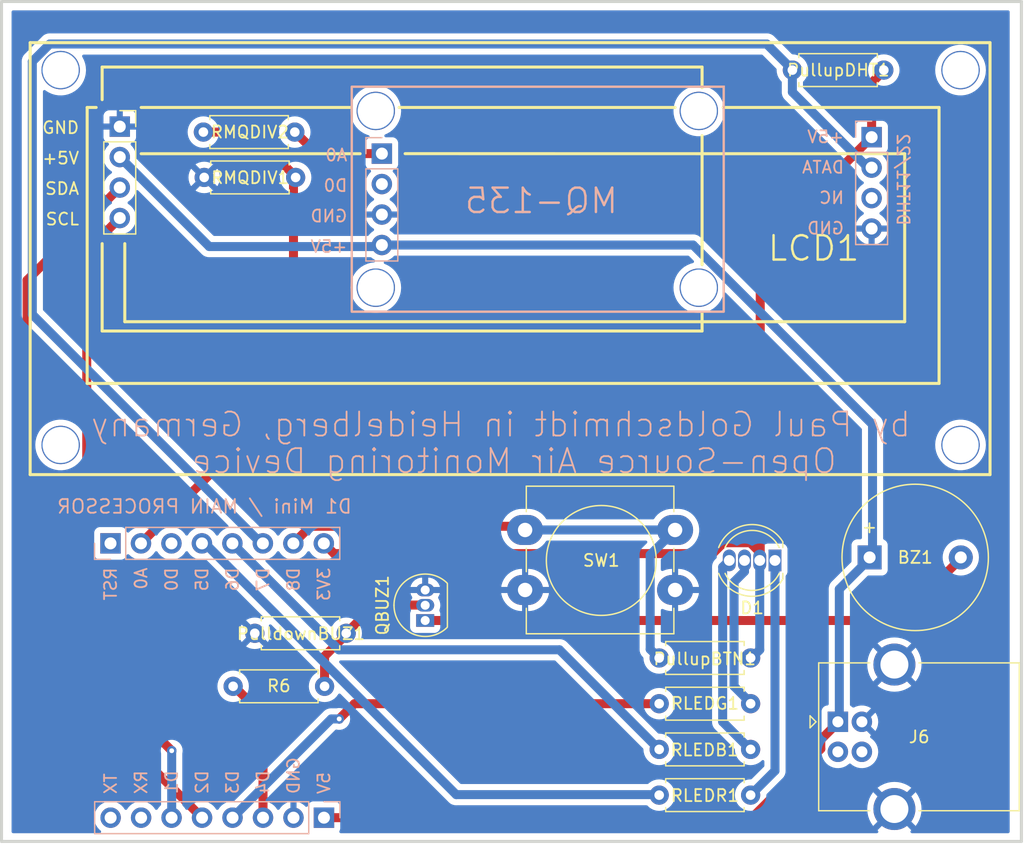
<source format=kicad_pcb>
(kicad_pcb (version 20211014) (generator pcbnew)
  (layers (0 "F.Cu" signal) (31 "B.Cu" signal) (34 "B.Paste" user) (35 "F.Paste" user) (36 "B.SilkS" user "B.Silkscreen") (37 "F.SilkS" user "F.Silkscreen") (38 "B.Mask" user) (39 "F.Mask" user) (44 "Edge.Cuts" user))
  (net 0 "")
  (net 1 "/DHT Data")
  (net 2 "/LED R")
  (net 3 "/LED B")
  (net 4 "/LED G")
  (net 5 "/A0 MQ-135")
  (net 6 "+5V")
  (net 7 "GND")
  (net 10 "/+3V3")
  (net 11 "/MQ-135 A0")
  (net 16 "/BUZZER")
  (net 19 "/BUZCOL")
  (net 20 "/BUZBASE")
  (net 21 "/BTN")
  (net 22 "/LCD_SDA")
  (net 23 "/LCD_SCL")
  (net 24 "/RED")
  (net 25 "/GREEN")
  (net 26 "/BLUE")
  (footprint "Button_Switch_THT:SW_PUSH-12mm_Wuerth-430476085716" (layer "F.Cu") (at 131.064 107.442)
    (fp_text reference "SW1" (at 6.35 2.54) (layer "F.SilkS"))
    (fp_text value "SW_Pushbutton")
    (fp_line (start 12.4 -3.65) (end 12.4 -1.53) (layer "F.SilkS") (width 0.12))
    (fp_line (start 12.4 6.53) (end 12.4 8.65) (layer "F.SilkS") (width 0.12))
    (fp_line (start 12.4 1.53) (end 12.4 3.47) (layer "F.SilkS") (width 0.12))
    (fp_line (start 0.1 -3.65) (end 12.4 -3.65) (layer "F.SilkS") (width 0.12))
    (fp_line (start 0.1 3.47) (end 0.1 1.53) (layer "F.SilkS") (width 0.12))
    (fp_line (start 12.4 8.65) (end 0.1 8.65) (layer "F.SilkS") (width 0.12))
    (fp_line (start 0.1 -1.53) (end 0.1 -3.65) (layer "F.SilkS") (width 0.12))
    (fp_line (start 0.1 8.65) (end 0.1 6.53) (layer "F.SilkS") (width 0.12))
    (fp_circle (center 6.35 2.54) (end 10.92905 2.54) (layer "F.SilkS") (width 0.12) (fill none))
    (pad "1" thru_hole oval (at 0 0) (size 3 2.5) (drill 1.2) (layers *.Cu *.Mask) (net 21 "/BTN"))
    (pad "1" thru_hole oval (at 12.5 0) (size 3 2.5) (drill 1.2) (layers *.Cu *.Mask) (net 21 "/BTN"))
    (pad "2" thru_hole oval (at 0 5) (size 3 2.5) (drill 1.2) (layers *.Cu *.Mask) (net 7 "GND"))
    (pad "2" thru_hole oval (at 12.5 5) (size 3 2.5) (drill 1.2) (layers *.Cu *.Mask) (net 7 "GND"))
  )
  (footprint "Resistor_THT:R_Axial_DIN0207_L6.3mm_D2.5mm_P7.62mm_Horizontal" (layer "F.Cu") (at 160.96 69.1135 180)
    (fp_text reference "PullupDHT1" (at 3.79 -0.0065 180) (layer "F.SilkS"))
    (fp_text value "10k")
    (fp_line (start 0.54 1.37) (end 7.08 1.37) (layer "F.SilkS") (width 0.12))
    (fp_line (start 0.54 -1.37) (end 7.08 -1.37) (layer "F.SilkS") (width 0.12))
    (fp_line (start 7.08 -1.37) (end 7.08 -1.04) (layer "F.SilkS") (width 0.12))
    (fp_line (start 0.54 -1.04) (end 0.54 -1.37) (layer "F.SilkS") (width 0.12))
    (fp_line (start 7.08 1.37) (end 7.08 1.04) (layer "F.SilkS") (width 0.12))
    (fp_line (start 0.54 1.04) (end 0.54 1.37) (layer "F.SilkS") (width 0.12))
    (pad "1" thru_hole circle (at 0 0 180) (size 1.6 1.6) (drill 0.8) (layers *.Cu *.Mask) (net 10 "/+3V3"))
    (pad "2" thru_hole oval (at 7.62 0 180) (size 1.6 1.6) (drill 0.8) (layers *.Cu *.Mask) (net 1 "/DHT Data"))
  )
  (footprint "Resistor_THT:R_Axial_DIN0207_L6.3mm_D2.5mm_P7.62mm_Horizontal" (layer "F.Cu") (at 104.25 74.28)
    (fp_text reference "RMQDIV2" (at 3.88 0) (layer "F.SilkS"))
    (fp_text value "2k")
    (fp_line (start 0.54 1.04) (end 0.54 1.37) (layer "F.SilkS") (width 0.12))
    (fp_line (start 7.08 -1.37) (end 7.08 -1.04) (layer "F.SilkS") (width 0.12))
    (fp_line (start 0.54 1.37) (end 7.08 1.37) (layer "F.SilkS") (width 0.12))
    (fp_line (start 0.54 -1.04) (end 0.54 -1.37) (layer "F.SilkS") (width 0.12))
    (fp_line (start 7.08 1.37) (end 7.08 1.04) (layer "F.SilkS") (width 0.12))
    (fp_line (start 0.54 -1.37) (end 7.08 -1.37) (layer "F.SilkS") (width 0.12))
    (pad "1" thru_hole circle (at 0 0) (size 1.6 1.6) (drill 0.8) (layers *.Cu *.Mask) (net 5 "/A0 MQ-135"))
    (pad "2" thru_hole oval (at 7.62 0) (size 1.6 1.6) (drill 0.8) (layers *.Cu *.Mask) (net 11 "/MQ-135 A0"))
  )
  (footprint "Connector_USB:USB_B_OST_USB-B1HSxx_Horizontal" (layer "F.Cu") (at 157.1325 123.43)
    (fp_text reference "J6" (at 6.7775 1.26) (layer "F.SilkS"))
    (fp_text value "USB_B")
    (fp_line (start 2.66 -4.91) (end -1.6 -4.91) (layer "F.SilkS") (width 0.12))
    (fp_line (start -1.6 -4.91) (end -1.6 7.41) (layer "F.SilkS") (width 0.12))
    (fp_line (start -1.6 7.41) (end 2.66 7.41) (layer "F.SilkS") (width 0.12))
    (fp_line (start 15.12 -4.91) (end 15.12 7.41) (layer "F.SilkS") (width 0.12))
    (fp_line (start -2.32 0.5) (end -1.82 0) (layer "F.SilkS") (width 0.12))
    (fp_line (start 15.12 7.41) (end 6.76 7.41) (layer "F.SilkS") (width 0.12))
    (fp_line (start -2.32 -0.5) (end -2.32 0.5) (layer "F.SilkS") (width 0.12))
    (fp_line (start 6.76 -4.91) (end 15.12 -4.91) (layer "F.SilkS") (width 0.12))
    (fp_line (start -1.82 0) (end -2.32 -0.5) (layer "F.SilkS") (width 0.12))
    (pad "1" thru_hole rect (at 0 0) (size 1.7 1.7) (drill 0.92) (layers *.Cu *.Mask) (net 6 "+5V"))
    (pad "2" thru_hole circle (at 0 2.5) (size 1.7 1.7) (drill 0.92) (layers *.Cu *.Mask))
    (pad "3" thru_hole circle (at 2 2.5) (size 1.7 1.7) (drill 0.92) (layers *.Cu *.Mask))
    (pad "4" thru_hole circle (at 2 0) (size 1.7 1.7) (drill 0.92) (layers *.Cu *.Mask) (net 7 "GND"))
    (pad "5" thru_hole circle (at 4.71 7.27) (size 3.5 3.5) (drill 2.33) (layers *.Cu *.Mask) (net 7 "GND"))
    (pad "5" thru_hole circle (at 4.71 -4.77) (size 3.5 3.5) (drill 2.33) (layers *.Cu *.Mask) (net 7 "GND"))
  )
  (footprint "Resistor_THT:R_Axial_DIN0207_L6.3mm_D2.5mm_P7.62mm_Horizontal" (layer "F.Cu") (at 142.24 129.54)
    (fp_text reference "RLEDR1" (at 3.81 0.04) (layer "F.SilkS"))
    (fp_text value "180R")
    (fp_line (start 7.08 -1.37) (end 7.08 -1.04) (layer "F.SilkS") (width 0.12))
    (fp_line (start 7.08 1.37) (end 7.08 1.04) (layer "F.SilkS") (width 0.12))
    (fp_line (start 0.54 -1.04) (end 0.54 -1.37) (layer "F.SilkS") (width 0.12))
    (fp_line (start 0.54 1.04) (end 0.54 1.37) (layer "F.SilkS") (width 0.12))
    (fp_line (start 0.54 -1.37) (end 7.08 -1.37) (layer "F.SilkS") (width 0.12))
    (fp_line (start 0.54 1.37) (end 7.08 1.37) (layer "F.SilkS") (width 0.12))
    (pad "1" thru_hole circle (at 0 0) (size 1.6 1.6) (drill 0.8) (layers *.Cu *.Mask) (net 2 "/LED R"))
    (pad "2" thru_hole oval (at 7.62 0) (size 1.6 1.6) (drill 0.8) (layers *.Cu *.Mask) (net 24 "/RED"))
  )
  (footprint "Resistor_THT:R_Axial_DIN0207_L6.3mm_D2.5mm_P7.62mm_Horizontal" (layer "F.Cu") (at 142.24 125.73)
    (fp_text reference "RLEDB1" (at 3.79 0.05) (layer "F.SilkS"))
    (fp_text value "120R")
    (fp_line (start 0.54 1.04) (end 0.54 1.37) (layer "F.SilkS") (width 0.12))
    (fp_line (start 0.54 -1.37) (end 7.08 -1.37) (layer "F.SilkS") (width 0.12))
    (fp_line (start 7.08 1.37) (end 7.08 1.04) (layer "F.SilkS") (width 0.12))
    (fp_line (start 0.54 -1.04) (end 0.54 -1.37) (layer "F.SilkS") (width 0.12))
    (fp_line (start 7.08 -1.37) (end 7.08 -1.04) (layer "F.SilkS") (width 0.12))
    (fp_line (start 0.54 1.37) (end 7.08 1.37) (layer "F.SilkS") (width 0.12))
    (pad "1" thru_hole circle (at 0 0) (size 1.6 1.6) (drill 0.8) (layers *.Cu *.Mask) (net 3 "/LED B"))
    (pad "2" thru_hole oval (at 7.62 0) (size 1.6 1.6) (drill 0.8) (layers *.Cu *.Mask) (net 26 "/BLUE"))
  )
  (footprint "Resistor_THT:R_Axial_DIN0207_L6.3mm_D2.5mm_P7.62mm_Horizontal" (layer "F.Cu") (at 106.7308 120.4722)
    (fp_text reference "R6" (at 3.81 -0.0322) (layer "F.SilkS"))
    (fp_text value "1k")
    (fp_line (start 0.54 1.04) (end 0.54 1.37) (layer "F.SilkS") (width 0.12))
    (fp_line (start 7.08 -1.37) (end 7.08 -1.04) (layer "F.SilkS") (width 0.12))
    (fp_line (start 7.08 1.37) (end 7.08 1.04) (layer "F.SilkS") (width 0.12))
    (fp_line (start 0.54 -1.04) (end 0.54 -1.37) (layer "F.SilkS") (width 0.12))
    (fp_line (start 0.54 -1.37) (end 7.08 -1.37) (layer "F.SilkS") (width 0.12))
    (fp_line (start 0.54 1.37) (end 7.08 1.37) (layer "F.SilkS") (width 0.12))
    (pad "1" thru_hole circle (at 0 0) (size 1.6 1.6) (drill 0.8) (layers *.Cu *.Mask) (net 16 "/BUZZER"))
    (pad "2" thru_hole oval (at 7.62 0) (size 1.6 1.6) (drill 0.8) (layers *.Cu *.Mask) (net 20 "/BUZBASE"))
  )
  (footprint "Buzzer_Beeper:Buzzer_12x9.5RM7.6" (layer "F.Cu") (at 159.776 109.728)
    (fp_text reference "BZ1" (at 3.8 0) (layer "F.SilkS"))
    (fp_text value "Buzzer 5V 30mA")
    (fp_text user "+" (at -0.01 -2.54) (layer "F.SilkS"))
    (fp_circle (center 3.8 0) (end 9.9 0) (layer "F.SilkS") (width 0.12) (fill none))
    (pad "1" thru_hole rect (at 0 0) (size 2 2) (drill 1) (layers *.Cu *.Mask) (net 6 "+5V"))
    (pad "2" thru_hole circle (at 7.6 0) (size 2 2) (drill 1) (layers *.Cu *.Mask) (net 19 "/BUZCOL"))
  )
  (footprint "easyeda:1602 LCD IIC" (layer "F.Cu") (at 89.8144 66.8274)
    (fp_text reference "U1" hide)
    (fp_text value "LCD1" (at 61.341 17.145) (layer "F.SilkS") (effects (font (size 2.032 2.032) (thickness 0.203)) (justify left)))
    (fp_line (start 56 3.75) (end 56 2.032) (layer "F.SilkS") (width 0.254))
    (fp_line (start 72.886 23.256) (end 7.886 23.256) (layer "F.SilkS") (width 0.254))
    (fp_line (start 80 0) (end 80 36) (layer "F.SilkS") (width 0.254))
    (fp_line (start 80 36) (end 0 36) (layer "F.SilkS") (width 0.254))
    (fp_line (start 7.886 23.256) (end 7.886 16.75) (layer "F.SilkS") (width 0.254))
    (fp_line (start 0 36) (end 0 0) (layer "F.SilkS") (width 0.254))
    (fp_line (start 56 24.032) (end 6 24.032) (layer "F.SilkS") (width 0.254))
    (fp_line (start 53.75 5.399) (end 30.75 5.399) (layer "F.SilkS") (width 0.254))
    (fp_line (start 72.886 9.256) (end 72.886 23.256) (layer "F.SilkS") (width 0.254))
    (fp_line (start 0 0) (end 80 0) (layer "F.SilkS") (width 0.254))
    (fp_line (start 6 2.032) (end 56 2.032) (layer "F.SilkS") (width 0.254))
    (fp_line (start 57.75 5.399) (end 75.751 5.399) (layer "F.SilkS") (width 0.254))
    (fp_line (start 75.751 5.399) (end 75.751 28.399) (layer "F.SilkS") (width 0.254))
    (fp_line (start 26.75 5.399) (end 9.25 5.399) (layer "F.SilkS") (width 0.254))
    (fp_line (start 75.751 28.399) (end 4.751 28.399) (layer "F.SilkS") (width 0.254))
    (fp_line (start 56 7.75) (end 56 18.5) (layer "F.SilkS") (width 0.254))
    (fp_line (start 56 24.032) (end 56 22.5) (layer "F.SilkS") (width 0.254))
    (fp_line (start 31.25 9.25) (end 72.886 9.256) (layer "F.SilkS") (width 0.254))
    (fp_line (start 6 2.032) (end 6 4.75) (layer "F.SilkS") (width 0.254))
    (fp_line (start 27.5 9.256) (end 9.25 9.256) (layer "F.SilkS") (width 0.254))
    (fp_line (start 6 24.032) (end 6 16.75) (layer "F.SilkS") (width 0.254))
    (fp_line (start 4.751 28.399) (end 4.751 5.399) (layer "F.SilkS") (width 0.254))
    (fp_line (start 4.751 5.399) (end 5.5 5.399) (layer "F.SilkS") (width 0.254))
    (pad "" thru_hole circle (at 77.54 33.528) (size 3.2 3.2) (drill 3) (layers *.Cu *.Mask))
    (pad "" thru_hole circle (at 2.54 2.286) (size 3.2 3.2) (drill 3) (layers *.Cu *.Mask))
    (pad "" thru_hole circle (at 77.54 2.286) (size 3.2 3.2) (drill 3) (layers *.Cu *.Mask))
    (pad "" thru_hole circle (at 2.54 33.528) (size 3.2 3.2) (drill 3) (layers *.Cu *.Mask))
  )
  (footprint "Resistor_THT:R_Axial_DIN0207_L6.3mm_D2.5mm_P7.62mm_Horizontal" (layer "F.Cu") (at 149.86 118.11 180)
    (fp_text reference "PullupBTN1" (at 3.83 -0.08 180) (layer "F.SilkS"))
    (fp_text value "10k")
    (fp_line (start 0.54 -1.04) (end 0.54 -1.37) (layer "F.SilkS") (width 0.12))
    (fp_line (start 0.54 1.37) (end 7.08 1.37) (layer "F.SilkS") (width 0.12))
    (fp_line (start 7.08 -1.37) (end 7.08 -1.04) (layer "F.SilkS") (width 0.12))
    (fp_line (start 0.54 1.04) (end 0.54 1.37) (layer "F.SilkS") (width 0.12))
    (fp_line (start 0.54 -1.37) (end 7.08 -1.37) (layer "F.SilkS") (width 0.12))
    (fp_line (start 7.08 1.37) (end 7.08 1.04) (layer "F.SilkS") (width 0.12))
    (pad "1" thru_hole circle (at 0 0 180) (size 1.6 1.6) (drill 0.8) (layers *.Cu *.Mask) (net 10 "/+3V3"))
    (pad "2" thru_hole oval (at 7.62 0 180) (size 1.6 1.6) (drill 0.8) (layers *.Cu *.Mask) (net 21 "/BTN"))
  )
  (footprint "Resistor_THT:R_Axial_DIN0207_L6.3mm_D2.5mm_P7.62mm_Horizontal" (layer "F.Cu") (at 108.5342 116.0526)
    (fp_text reference "PulldownBUZ1" (at 3.8458 0.0374) (layer "F.SilkS"))
    (fp_text value "10k")
    (fp_line (start 0.54 -1.04) (end 0.54 -1.37) (layer "F.SilkS") (width 0.12))
    (fp_line (start 7.08 1.37) (end 7.08 1.04) (layer "F.SilkS") (width 0.12))
    (fp_line (start 0.54 1.04) (end 0.54 1.37) (layer "F.SilkS") (width 0.12))
    (fp_line (start 0.54 -1.37) (end 7.08 -1.37) (layer "F.SilkS") (width 0.12))
    (fp_line (start 0.54 1.37) (end 7.08 1.37) (layer "F.SilkS") (width 0.12))
    (fp_line (start 7.08 -1.37) (end 7.08 -1.04) (layer "F.SilkS") (width 0.12))
    (pad "1" thru_hole circle (at 0 0) (size 1.6 1.6) (drill 0.8) (layers *.Cu *.Mask) (net 7 "GND"))
    (pad "2" thru_hole oval (at 7.62 0) (size 1.6 1.6) (drill 0.8) (layers *.Cu *.Mask) (net 20 "/BUZBASE"))
  )
  (footprint "Resistor_THT:R_Axial_DIN0207_L6.3mm_D2.5mm_P7.62mm_Horizontal" (layer "F.Cu") (at 142.24 121.92)
    (fp_text reference "RLEDG1" (at 3.81 -0.02) (layer "F.SilkS"))
    (fp_text value "130R")
    (fp_line (start 7.08 -1.37) (end 7.08 -1.04) (layer "F.SilkS") (width 0.12))
    (fp_line (start 0.54 -1.04) (end 0.54 -1.37) (layer "F.SilkS") (width 0.12))
    (fp_line (start 0.54 -1.37) (end 7.08 -1.37) (layer "F.SilkS") (width 0.12))
    (fp_line (start 0.54 1.37) (end 7.08 1.37) (layer "F.SilkS") (width 0.12))
    (fp_line (start 7.08 1.37) (end 7.08 1.04) (layer "F.SilkS") (width 0.12))
    (fp_line (start 0.54 1.04) (end 0.54 1.37) (layer "F.SilkS") (width 0.12))
    (pad "1" thru_hole circle (at 0 0) (size 1.6 1.6) (drill 0.8) (layers *.Cu *.Mask) (net 4 "/LED G"))
    (pad "2" thru_hole oval (at 7.62 0) (size 1.6 1.6) (drill 0.8) (layers *.Cu *.Mask) (net 25 "/GREEN"))
  )
  (footprint "Resistor_THT:R_Axial_DIN0207_L6.3mm_D2.5mm_P7.62mm_Horizontal" (layer "F.Cu") (at 104.32 78.06)
    (fp_text reference "RMQDIV1" (at 3.83 0.025) (layer "F.SilkS"))
    (fp_text value "3k")
    (fp_line (start 7.08 1.37) (end 7.08 1.04) (layer "F.SilkS") (width 0.12))
    (fp_line (start 7.08 -1.37) (end 7.08 -1.04) (layer "F.SilkS") (width 0.12))
    (fp_line (start 0.54 1.04) (end 0.54 1.37) (layer "F.SilkS") (width 0.12))
    (fp_line (start 0.54 -1.04) (end 0.54 -1.37) (layer "F.SilkS") (width 0.12))
    (fp_line (start 0.54 1.37) (end 7.08 1.37) (layer "F.SilkS") (width 0.12))
    (fp_line (start 0.54 -1.37) (end 7.08 -1.37) (layer "F.SilkS") (width 0.12))
    (pad "1" thru_hole circle (at 0 0) (size 1.6 1.6) (drill 0.8) (layers *.Cu *.Mask) (net 7 "GND"))
    (pad "2" thru_hole oval (at 7.62 0) (size 1.6 1.6) (drill 0.8) (layers *.Cu *.Mask) (net 5 "/A0 MQ-135"))
  )
  (footprint "LED_THT:LED_D5.0mm-4_RGB" (layer "F.Cu") (at 151.89 109.98 180)
    (fp_text reference "D1" (at 1.905 -3.96) (layer "F.SilkS"))
    (fp_text value "LED_RAGB")
    (fp_line (start -0.655 -1.545) (end -0.655 -1.08) (layer "F.SilkS") (width 0.12))
    (fp_line (start -0.655 1.08) (end -0.655 1.545) (layer "F.SilkS") (width 0.12))
    (fp_arc (start -0.655 -1.54483) (mid 2.163456 -2.978809) (end 4.692815 -1.080827) (layer "F.SilkS") (width 0.12))
    (fp_arc (start -0.349684 -1.08) (mid 1.904762 -2.5) (end 4.159479 -1.080429) (layer "F.SilkS") (width 0.12))
    (fp_arc (start 4.692815 1.080827) (mid 2.163456 2.978808) (end -0.655 1.54483) (layer "F.SilkS") (width 0.12))
    (fp_arc (start 4.159479 1.080429) (mid 1.904762 2.5) (end -0.349684 1.08) (layer "F.SilkS") (width 0.12))
    (pad "1" thru_hole rect (at 0 0 180) (size 1.07 1.8) (drill 0.9) (layers *.Cu *.Mask) (net 24 "/RED"))
    (pad "2" thru_hole oval (at 1.27 0 180) (size 1.07 1.8) (drill 0.9) (layers *.Cu *.Mask) (net 10 "/+3V3"))
    (pad "3" thru_hole oval (at 2.54 0 180) (size 1.07 1.8) (drill 0.9) (layers *.Cu *.Mask) (net 25 "/GREEN"))
    (pad "4" thru_hole oval (at 3.81 0 180) (size 1.07 1.8) (drill 0.9) (layers *.Cu *.Mask) (net 26 "/BLUE"))
  )
  (footprint "easyeda:MQ-135" (layer "F.Cu") (at 118.618 87.249 -90)
    (fp_text reference "S1" hide)
    (fp_text value "MQ-135" (at -7.239 -20.32 180) (layer "B.SilkS") (effects (font (size 2.032 2.032) (thickness 0.203)) (justify left mirror)))
    (fp_rect (start -16.75 -29) (end 2 2) (layer "B.SilkS") (width 0.2) (fill none))
    (pad "" thru_hole circle (at -14.732 -26.924) (size 3.2 3.2) (drill 3) (layers *.Cu *.Mask))
    (pad "" thru_hole circle (at 0 0) (size 3.2 3.2) (drill 3) (layers *.Cu *.Mask))
    (pad "" thru_hole circle (at -14.732 0) (size 3.2 3.2) (drill 3) (layers *.Cu *.Mask))
    (pad "" thru_hole circle (at 0 -26.924) (size 3.2 3.2) (drill 3) (layers *.Cu *.Mask))
  )
  (footprint "Package_TO_SOT_THT:TO-92_Inline" (layer "F.Cu") (at 122.7372 114.9858 90)
    (fp_text reference "QBUZ1" (at 1.27 -3.56 90) (layer "F.SilkS"))
    (fp_text value "BC547")
    (fp_line (start -0.53 1.85) (end 3.07 1.85) (layer "F.SilkS") (width 0.12))
    (fp_arc (start 1.27 -2.6) (mid 3.672087 -0.994977) (end 3.108478 1.838478) (layer "F.SilkS") (width 0.12))
    (fp_arc (start -0.568478 1.838478) (mid -1.132087 -0.994977) (end 1.27 -2.6) (layer "F.SilkS") (width 0.12))
    (pad "1" thru_hole rect (at 0 0 90) (size 1.05 1.5) (drill 0.75) (layers *.Cu *.Mask) (net 19 "/BUZCOL"))
    (pad "2" thru_hole oval (at 1.27 0 90) (size 1.05 1.5) (drill 0.75) (layers *.Cu *.Mask) (net 20 "/BUZBASE"))
    (pad "3" thru_hole oval (at 2.54 0 90) (size 1.05 1.5) (drill 0.75) (layers *.Cu *.Mask) (net 7 "GND"))
  )
  (footprint "Connector_PinSocket_2.54mm:PinSocket_1x04_P2.54mm_Vertical" (layer "F.Cu") (at 97.282 73.8224)
    (fp_text reference "J3" hide)
    (fp_text value "LCD Conn")
    (fp_line (start 1.33 -1.33) (end 1.33 0) (layer "F.SilkS") (width 0.12))
    (fp_line (start -1.33 8.95) (end 1.33 8.95) (layer "F.SilkS") (width 0.12))
    (fp_line (start -1.33 1.27) (end 1.33 1.27) (layer "F.SilkS") (width 0.12))
    (fp_line (start 0 -1.33) (end 1.33 -1.33) (layer "F.SilkS") (width 0.12))
    (fp_line (start -1.33 1.27) (end -1.33 8.95) (layer "F.SilkS") (width 0.12))
    (fp_line (start 1.33 1.27) (end 1.33 8.95) (layer "F.SilkS") (width 0.12))
    (pad "1" thru_hole rect (at 0 0) (size 1.7 1.7) (drill 1) (layers *.Cu *.Mask) (net 7 "GND"))
    (pad "2" thru_hole oval (at 0 2.54) (size 1.7 1.7) (drill 1) (layers *.Cu *.Mask) (net 6 "+5V"))
    (pad "3" thru_hole oval (at 0 5.08) (size 1.7 1.7) (drill 1) (layers *.Cu *.Mask) (net 22 "/LCD_SDA"))
    (pad "4" thru_hole oval (at 0 7.62) (size 1.7 1.7) (drill 1) (layers *.Cu *.Mask) (net 23 "/LCD_SCL"))
  )
  (footprint "Connector_PinSocket_2.54mm:PinSocket_1x08_P2.54mm_Vertical" (layer "B.Cu") (at 114.3 131.4196 90)
    (fp_text reference "J8" hide)
    (fp_text value "Socket_D1_Mini_09_16")
    (fp_line (start 1.33 1.33) (end 1.33 0) (layer "B.SilkS") (width 0.12))
    (fp_line (start 0 1.33) (end 1.33 1.33) (layer "B.SilkS") (width 0.12))
    (fp_line (start 1.33 -1.27) (end 1.33 -19.11) (layer "B.SilkS") (width 0.12))
    (fp_line (start -1.33 -1.27) (end -1.33 -19.11) (layer "B.SilkS") (width 0.12))
    (fp_line (start -1.33 -1.27) (end 1.33 -1.27) (layer "B.SilkS") (width 0.12))
    (fp_line (start -1.33 -19.11) (end 1.33 -19.11) (layer "B.SilkS") (width 0.12))
    (pad "1" thru_hole rect (at 0 0 90) (size 1.7 1.7) (drill 1) (layers *.Cu *.Mask) (net 6 "+5V"))
    (pad "2" thru_hole oval (at 0 -2.54 90) (size 1.7 1.7) (drill 1) (layers *.Cu *.Mask) (net 7 "GND"))
    (pad "3" thru_hole oval (at 0 -5.08 90) (size 1.7 1.7) (drill 1) (layers *.Cu *.Mask) (net 16 "/BUZZER"))
    (pad "4" thru_hole oval (at 0 -7.62 90) (size 1.7 1.7) (drill 1) (layers *.Cu *.Mask) (net 4 "/LED G"))
    (pad "5" thru_hole oval (at 0 -10.16 90) (size 1.7 1.7) (drill 1) (layers *.Cu *.Mask) (net 22 "/LCD_SDA"))
    (pad "6" thru_hole oval (at 0 -12.7 90) (size 1.7 1.7) (drill 1) (layers *.Cu *.Mask) (net 23 "/LCD_SCL"))
    (pad "7" thru_hole oval (at 0 -15.24 90) (size 1.7 1.7) (drill 1) (layers *.Cu *.Mask))
    (pad "8" thru_hole oval (at 0 -17.78 90) (size 1.7 1.7) (drill 1) (layers *.Cu *.Mask))
  )
  (footprint "Connector_PinSocket_2.54mm:PinSocket_1x04_P2.54mm_Vertical" (layer "B.Cu") (at 119.126 76.073 180)
    (fp_text reference "J2" hide)
    (fp_text value "MQ-135 Conn")
    (fp_line (start -1.33 -8.95) (end 1.33 -8.95) (layer "B.SilkS") (width 0.12))
    (fp_line (start 1.33 1.33) (end 1.33 0) (layer "B.SilkS") (width 0.12))
    (fp_line (start 1.33 -1.27) (end 1.33 -8.95) (layer "B.SilkS") (width 0.12))
    (fp_line (start -1.33 -1.27) (end -1.33 -8.95) (layer "B.SilkS") (width 0.12))
    (fp_line (start 0 1.33) (end 1.33 1.33) (layer "B.SilkS") (width 0.12))
    (fp_line (start -1.33 -1.27) (end 1.33 -1.27) (layer "B.SilkS") (width 0.12))
    (pad "1" thru_hole rect (at 0 0 180) (size 1.7 1.7) (drill 1) (layers *.Cu *.Mask) (net 11 "/MQ-135 A0"))
    (pad "2" thru_hole oval (at 0 -2.54 180) (size 1.7 1.7) (drill 1) (layers *.Cu *.Mask))
    (pad "3" thru_hole oval (at 0 -5.08 180) (size 1.7 1.7) (drill 1) (layers *.Cu *.Mask) (net 7 "GND"))
    (pad "4" thru_hole oval (at 0 -7.62 180) (size 1.7 1.7) (drill 1) (layers *.Cu *.Mask) (net 6 "+5V"))
  )
  (footprint "Connector_PinSocket_2.54mm:PinSocket_1x04_P2.54mm_Vertical" (layer "B.Cu") (at 159.944 74.7015 180)
    (fp_text reference "J1" hide)
    (fp_text value "DHT-Socket")
    (fp_line (start -1.33 -1.27) (end -1.33 -8.95) (layer "B.SilkS") (width 0.12))
    (fp_line (start -1.33 -8.95) (end 1.33 -8.95) (layer "B.SilkS") (width 0.12))
    (fp_line (start 1.33 -1.27) (end 1.33 -8.95) (layer "B.SilkS") (width 0.12))
    (fp_line (start 0 1.33) (end 1.33 1.33) (layer "B.SilkS") (width 0.12))
    (fp_line (start 1.33 1.33) (end 1.33 0) (layer "B.SilkS") (width 0.12))
    (fp_line (start -1.33 -1.27) (end 1.33 -1.27) (layer "B.SilkS") (width 0.12))
    (pad "1" thru_hole rect (at 0 0 180) (size 1.7 1.7) (drill 1) (layers *.Cu *.Mask) (net 10 "/+3V3"))
    (pad "2" thru_hole oval (at 0 -2.54 180) (size 1.7 1.7) (drill 1) (layers *.Cu *.Mask) (net 1 "/DHT Data"))
    (pad "3" thru_hole oval (at 0 -5.08 180) (size 1.7 1.7) (drill 1) (layers *.Cu *.Mask))
    (pad "4" thru_hole oval (at 0 -7.62 180) (size 1.7 1.7) (drill 1) (layers *.Cu *.Mask) (net 7 "GND"))
  )
  (footprint "Connector_PinSocket_2.54mm:PinSocket_1x08_P2.54mm_Vertical" (layer "B.Cu") (at 96.5096 108.5592 -90)
    (fp_text reference "J7" hide)
    (fp_text value "Socket_D1_Mini_01_08")
    (fp_line (start -1.33 -1.27) (end 1.33 -1.27) (layer "B.SilkS") (width 0.12))
    (fp_line (start -1.33 -1.27) (end -1.33 -19.11) (layer "B.SilkS") (width 0.12))
    (fp_line (start 1.33 -1.27) (end 1.33 -19.11) (layer "B.SilkS") (width 0.12))
    (fp_line (start 0 1.33) (end 1.33 1.33) (layer "B.SilkS") (width 0.12))
    (fp_line (start 1.33 1.33) (end 1.33 0) (layer "B.SilkS") (width 0.12))
    (fp_line (start -1.33 -19.11) (end 1.33 -19.11) (layer "B.SilkS") (width 0.12))
    (pad "1" thru_hole rect (at 0 0 270) (size 1.7 1.7) (drill 1) (layers *.Cu *.Mask))
    (pad "2" thru_hole oval (at 0 -2.54 270) (size 1.7 1.7) (drill 1) (layers *.Cu *.Mask) (net 5 "/A0 MQ-135"))
    (pad "3" thru_hole oval (at 0 -5.08 270) (size 1.7 1.7) (drill 1) (layers *.Cu *.Mask))
    (pad "4" thru_hole oval (at 0 -7.62 270) (size 1.7 1.7) (drill 1) (layers *.Cu *.Mask) (net 2 "/LED R"))
    (pad "5" thru_hole oval (at 0 -10.16 270) (size 1.7 1.7) (drill 1) (layers *.Cu *.Mask) (net 3 "/LED B"))
    (pad "6" thru_hole oval (at 0 -12.7 270) (size 1.7 1.7) (drill 1) (layers *.Cu *.Mask) (net 1 "/DHT Data"))
    (pad "7" thru_hole oval (at 0 -15.24 270) (size 1.7 1.7) (drill 1) (layers *.Cu *.Mask) (net 21 "/BTN"))
    (pad "8" thru_hole oval (at 0 -17.78 270) (size 1.7 1.7) (drill 1) (layers *.Cu *.Mask) (net 10 "/+3V3"))
  )
  (gr_line (start 172.427 63.3985) (end 172.427 133.3985) (layer "Edge.Cuts") (width 0.254))
  (gr_line (start 87.427 63.3985) (end 172.427 63.3985) (layer "Edge.Cuts") (width 0.254))
  (gr_line (start 87.427 133.3985) (end 87.427 63.3985) (layer "Edge.Cuts") (width 0.254))
  (gr_line (start 172.427 133.3985) (end 87.427 133.3985) (layer "Edge.Cuts") (width 0.254))
  (gr_text "GND" (at 111.76 129.54 90) (layer "B.SilkS") (effects (font (size 1 1)) (justify right mirror)))
  (gr_text "NC" (at 157.734 79.756) (layer "B.SilkS") (effects (font (size 1 1)) (justify left mirror)))
  (gr_text "DATA" (at 157.734 77.216) (layer "B.SilkS") (effects (font (size 1 1)) (justify left mirror)))
  (gr_text "TX" (at 96.52 129.54 90) (layer "B.SilkS") (effects (font (size 1 1)) (justify right mirror)))
  (gr_text "A0" (at 116.332 76.2) (layer "B.SilkS") (effects (font (size 1 1)) (justify left mirror)))
  (gr_text "GND" (at 116.332 81.28) (layer "B.SilkS") (effects (font (size 1 1)) (justify left mirror)))
  (gr_text "D8" (at 111.76 110.49 90) (layer "B.SilkS") (effects (font (size 1 1)) (justify left mirror)))
  (gr_text "Open-Source Air Monitoring Device" (at 157.1498 101.7016) (layer "B.SilkS") (effects (font (size 2 2) (thickness 0.152)) (justify left mirror)))
  (gr_text "D1 Mini / MAIN PROCESSOR" (at 116.713 105.4862) (layer "B.SilkS") (effects (font (size 1.143 1.143) (thickness 0.152)) (justify left mirror)))
  (gr_text "D0" (at 116.332 78.74) (layer "B.SilkS") (effects (font (size 1 1)) (justify left mirror)))
  (gr_text "GND" (at 157.734 82.296) (layer "B.SilkS") (effects (font (size 1 1)) (justify left mirror)))
  (gr_text "D6" (at 106.68 110.49 90) (layer "B.SilkS") (effects (font (size 1 1)) (justify left mirror)))
  (gr_text "RX" (at 99.06 129.54 90) (layer "B.SilkS") (effects (font (size 1 1)) (justify right mirror)))
  (gr_text "A0" (at 99.06 110.49 90) (layer "B.SilkS") (effects (font (size 1 1)) (justify left mirror)))
  (gr_text "D7" (at 109.22 110.49 90) (layer "B.SilkS") (effects (font (size 1 1)) (justify left mirror)))
  (gr_text "D2" (at 104.14 129.54 90) (layer "B.SilkS") (effects (font (size 1 1)) (justify right mirror)))
  (gr_text "3V3" (at 114.3 110.49 90) (layer "B.SilkS") (effects (font (size 1 1)) (justify left mirror)))
  (gr_text "D3" (at 106.68 129.54 90) (layer "B.SilkS") (effects (font (size 1 1)) (justify right mirror)))
  (gr_text "D0" (at 101.6 110.49 90) (layer "B.SilkS") (effects (font (size 1 1)) (justify left mirror)))
  (gr_text "D5" (at 104.14 110.49 90) (layer "B.SilkS") (effects (font (size 1 1)) (justify left mirror)))
  (gr_text "DHT11/22" (at 162.56 78.232 270) (layer "B.SilkS") (effects (font (size 1 1)) (justify mirror)))
  (gr_text "+5V" (at 157.734 74.676) (layer "B.SilkS") (effects (font (size 1 1)) (justify left mirror)))
  (gr_text "RST" (at 96.52 110.49 90) (layer "B.SilkS") (effects (font (size 1 1)) (justify left mirror)))
  (gr_text "D1" (at 101.6 129.54 90) (layer "B.SilkS") (effects (font (size 1 1)) (justify right mirror)))
  (gr_text "by Paul Goldschmidt in Heidelberg, Germany" (at 163.3318 98.6536) (layer "B.SilkS") (effects (font (size 2 2) (thickness 0.152)) (justify left mirror)))
  (gr_text "5V" (at 114.3 129.54 90) (layer "B.SilkS") (effects (font (size 1 1)) (justify right mirror)))
  (gr_text "D4" (at 109.22 129.54 90) (layer "B.SilkS") (effects (font (size 1 1)) (justify right mirror)))
  (gr_text "+5V" (at 116.332 83.82) (layer "B.SilkS") (effects (font (size 1 1)) (justify left mirror)))
  (gr_text "+5V" (at 93.98 76.454) (layer "F.SilkS") (effects (font (size 1 1)) (justify right)))
  (gr_text "SDA" (at 93.98 78.994) (layer "F.SilkS") (effects (font (size 1 1)) (justify right)))
  (gr_text "SCL" (at 93.98 81.534) (layer "F.SilkS") (effects (font (size 1 1)) (justify right)))
  (gr_text "GND" (at 93.98 73.914) (layer "F.SilkS") (effects (font (size 1 1)) (justify right)))
  (segment (start 151.1984 66.9384) (end 153.4 69.14) (width 0.75) (layer "B.Cu") (net 1))
  (segment (start 153.34 69.1135) (end 153.34 70.9475) (width 0.75) (layer "B.Cu") (net 1))
  (segment (start 89.9942 89.4842) (end 109.17 108.66) (width 0.75) (layer "B.Cu") (net 1))
  (segment (start 89.9942 68.397685) (end 91.453485 66.9384) (width 0.75) (layer "B.Cu") (net 1))
  (segment (start 153.34 70.9475) (end 159.6625 77.27) (width 0.75) (layer "B.Cu") (net 1))
  (segment (start 89.9942 68.397685) (end 89.9942 89.4842) (width 0.75) (layer "B.Cu") (net 1))
  (segment (start 159.6625 77.27) (end 160.02 77.27) (width 0.75) (layer "B.Cu") (net 1))
  (segment (start 91.453485 66.9384) (end 151.1984 66.9384) (width 0.75) (layer "B.Cu") (net 1))
  (segment (start 125.323144 129.5) (end 142.27 129.5) (width 0.75) (layer "B.Cu") (net 2))
  (segment (start 104.1296 108.5592) (end 104.382344 108.5592) (width 0.75) (layer "B.Cu") (net 2))
  (segment (start 104.382344 108.5592) (end 125.323144 129.5) (width 0.75) (layer "B.Cu") (net 2))
  (segment (start 133.9276 117.4276) (end 142.25 125.75) (width 0.75) (layer "B.Cu") (net 3))
  (segment (start 106.6696 108.5592) (end 115.538 117.4276) (width 0.75) (layer "B.Cu") (net 3))
  (segment (start 115.538 117.4276) (end 133.9276 117.4276) (width 0.75) (layer "B.Cu") (net 3))
  (segment (start 115.57 123.19) (end 116.84 121.92) (width 0.75) (layer "F.Cu") (net 4))
  (segment (start 116.84 121.92) (end 142.24 121.92) (width 0.75) (layer "F.Cu") (net 4))
  (via (at 115.57 123.19) (size 0.8) (drill 0.4) (layers "F.Cu" "B.Cu") (net 4))
  (segment (start 114.9096 123.19) (end 115.57 123.19) (width 0.75) (layer "B.Cu") (net 4))
  (segment (start 106.68 131.4196) (end 114.9096 123.19) (width 0.75) (layer "B.Cu") (net 4))
  (segment (start 104.25 74.28) (end 108.22 74.28) (width 0.75) (layer "F.Cu") (net 5))
  (segment (start 111.76 77.82) (end 111.76 95.84) (width 0.75) (layer "F.Cu") (net 5))
  (segment (start 111.76 95.84) (end 99.07 108.53) (width 0.75) (layer "F.Cu") (net 5))
  (segment (start 108.22 74.28) (end 111.76 77.82) (width 0.75) (layer "F.Cu") (net 5))
  (segment (start 155.7075 124.9225) (end 157.17 123.46) (width 0.75) (layer "F.Cu") (net 6))
  (segment (start 114.3 131.4196) (end 149.924944 131.4196) (width 0.75) (layer "F.Cu") (net 6))
  (segment (start 155.7075 125.687844) (end 155.7075 124.9225) (width 0.75) (layer "F.Cu") (net 6))
  (segment (start 149.924944 131.4196) (end 149.950344 131.445) (width 0.75) (layer "F.Cu") (net 6))
  (segment (start 149.950344 131.445) (end 155.7075 125.687844) (width 0.75) (layer "F.Cu") (net 6))
  (segment (start 104.7396 83.82) (end 119.38 83.82) (width 0.75) (layer "B.Cu") (net 6))
  (segment (start 145.061915 83.693) (end 160.02 98.651085) (width 0.75) (layer "B.Cu") (net 6))
  (segment (start 119.126 83.693) (end 145.061915 83.693) (width 0.75) (layer "B.Cu") (net 6))
  (segment (start 160.02 98.651085) (end 160.02 109.855) (width 0.75) (layer "B.Cu") (net 6))
  (segment (start 97.282 76.3624) (end 104.7396 83.82) (width 0.75) (layer "B.Cu") (net 6))
  (segment (start 157.2525 112.3685) (end 159.7914 109.8296) (width 0.75) (layer "B.Cu") (net 6))
  (segment (start 157.2525 123.464) (end 157.2525 112.3685) (width 0.75) (layer "B.Cu") (net 6))
  (segment (start 146.699 109.4092) (end 147.6032 108.505) (width 0.75) (layer "F.Cu") (net 10))
  (segment (start 115.1396 109.4092) (end 146.699 109.4092) (width 0.75) (layer "F.Cu") (net 10))
  (segment (start 159.944 74.7015) (end 150.66 83.9855) (width 0.75) (layer "F.Cu") (net 10))
  (segment (start 159.944 74.7015) (end 159.944 70.18) (width 0.75) (layer "F.Cu") (net 10))
  (segment (start 150.6474 109.3216) (end 150.6474 109.982) (width 0.75) (layer "F.Cu") (net 10))
  (segment (start 159.944 70.18) (end 161.036 69.088) (width 0.75) (layer "F.Cu") (net 10))
  (segment (start 147.6032 108.505) (end 149.8308 108.505) (width 0.75) (layer "F.Cu") (net 10))
  (segment (start 149.8308 108.505) (end 150.6474 109.3216) (width 0.75) (layer "F.Cu") (net 10))
  (segment (start 150.66 83.9855) (end 150.66 109.81) (width 0.75) (layer "F.Cu") (net 10))
  (segment (start 114.2896 108.5592) (end 115.1396 109.4092) (width 0.75) (layer "F.Cu") (net 10))
  (segment (start 150.62 117.4262) (end 149.8854 118.1608) (width 0.75) (layer "B.Cu") (net 10))
  (segment (start 150.62 109.98) (end 150.62 117.4262) (width 0.75) (layer "B.Cu") (net 10))
  (segment (start 113.693 76.073) (end 111.87 74.25) (width 0.75) (layer "F.Cu") (net 11))
  (segment (start 119.126 76.073) (end 113.693 76.073) (width 0.75) (layer "F.Cu") (net 11))
  (segment (start 109.22 131.4196) (end 109.22 122.88) (width 0.75) (layer "F.Cu") (net 16))
  (segment (start 109.22 122.88) (end 106.91 120.57) (width 0.75) (layer "F.Cu") (net 16))
  (segment (start 162.2142 114.9858) (end 167.45 109.75) (width 0.75) (layer "F.Cu") (net 19))
  (segment (start 122.7372 114.9858) (end 162.2142 114.9858) (width 0.75) (layer "F.Cu") (net 19))
  (segment (start 118.5068 113.7) (end 122.88 113.7) (width 0.75) (layer "F.Cu") (net 20))
  (segment (start 114.3508 117.9592) (end 116.21 116.1) (width 0.75) (layer "F.Cu") (net 20))
  (segment (start 116.1542 116.0526) (end 118.5068 113.7) (width 0.75) (layer "F.Cu") (net 20))
  (segment (start 114.3508 120.4722) (end 114.3508 117.9592) (width 0.75) (layer "F.Cu") (net 20))
  (segment (start 130.7942 107.1342) (end 131.06 107.4) (width 0.75) (layer "F.Cu") (net 21))
  (segment (start 113.1746 107.1342) (end 130.7942 107.1342) (width 0.75) (layer "F.Cu") (net 21))
  (segment (start 111.7496 108.5592) (end 113.1746 107.1342) (width 0.75) (layer "F.Cu") (net 21))
  (segment (start 141.489 109.517) (end 141.489 117.3844) (width 0.75) (layer "B.Cu") (net 21))
  (segment (start 143.564 107.442) (end 131.064 107.442) (width 0.75) (layer "B.Cu") (net 21))
  (segment (start 141.489 117.3844) (end 142.2146 118.11) (width 0.75) (layer "B.Cu") (net 21))
  (segment (start 143.564 107.442) (end 141.489 109.517) (width 0.75) (layer "B.Cu") (net 21))
  (segment (start 89.56 116.8396) (end 89.56 86.62) (width 0.75) (layer "F.Cu") (net 22))
  (segment (start 104.14 131.4196) (end 89.56 116.8396) (width 0.75) (layer "F.Cu") (net 22))
  (segment (start 89.56 86.62) (end 97.34 78.84) (width 0.75) (layer "F.Cu") (net 22))
  (segment (start 94.5294 84.195) (end 94.5294 118.7594) (width 0.75) (layer "F.Cu") (net 23))
  (segment (start 97.282 81.4424) (end 94.5294 84.195) (width 0.75) (layer "F.Cu") (net 23))
  (segment (start 94.5294 118.7594) (end 101.61 125.84) (width 0.75) (layer "F.Cu") (net 23))
  (via (at 101.61 125.84) (size 0.8) (drill 0.4) (layers "F.Cu" "B.Cu") (net 23))
  (segment (start 101.61 125.84) (end 101.61 131.41) (width 0.75) (layer "B.Cu") (net 23))
  (segment (start 151.89 109.98) (end 151.89 127.51) (width 0.75) (layer "B.Cu") (net 24))
  (segment (start 151.89 127.51) (end 149.86 129.54) (width 0.75) (layer "B.Cu") (net 24))
  (segment (start 148.48 120.47) (end 149.86 121.85) (width 0.75) (layer "B.Cu") (net 25))
  (segment (start 148.48 111.77) (end 148.48 120.47) (width 0.75) (layer "B.Cu") (net 25))
  (segment (start 149.35 110.9) (end 148.48 111.77) (width 0.75) (layer "B.Cu") (net 25))
  (segment (start 149.35 109.98) (end 149.35 110.9) (width 0.75) (layer "B.Cu") (net 25))
  (segment (start 148.08 109.98) (end 147.53 110.53) (width 0.75) (layer "B.Cu") (net 26))
  (segment (start 147.53 110.53) (end 147.53 123.43) (width 0.75) (layer "B.Cu") (net 26))
  (segment (start 148.082 110.078) (end 148.13 110.03) (width 0.75) (layer "B.Cu") (net 26))
  (segment (start 147.53 123.43) (end 149.88 125.78) (width 0.75) (layer "B.Cu") (net 26))
  (zone (net 7) (net_name "GND") (layer "B.Cu") (connect_pads (clearance 0.508)) (min_thickness 0.254) (fill yes (thermal_gap 0.508) (thermal_bridge_width 0.508))
    (polygon (pts (xy 171.45 132.715) (xy 88.265 132.715) (xy 88.265 64.135) (xy 171.45 64.135)))
  )
)
</source>
